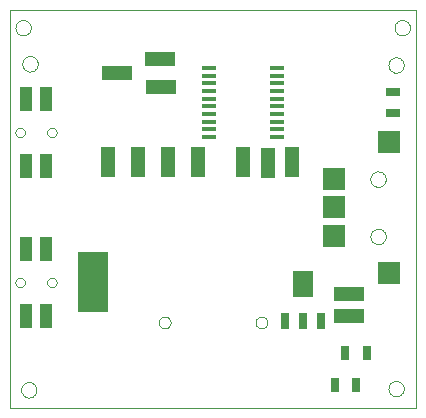
<source format=gbp>
G75*
G70*
%OFA0B0*%
%FSLAX24Y24*%
%IPPOS*%
%LPD*%
%AMOC8*
5,1,8,0,0,1.08239X$1,22.5*
%
%ADD10C,0.0000*%
%ADD11R,0.0315X0.0472*%
%ADD12R,0.0472X0.0118*%
%ADD13R,0.1000X0.0500*%
%ADD14R,0.0748X0.0748*%
%ADD15R,0.0500X0.1000*%
%ADD16R,0.1000X0.2000*%
%ADD17R,0.0394X0.0787*%
%ADD18R,0.0315X0.0551*%
%ADD19R,0.0709X0.0866*%
%ADD20R,0.0472X0.0315*%
D10*
X000174Y000263D02*
X000174Y013537D01*
X013690Y013537D01*
X013690Y000263D01*
X000174Y000263D01*
X000540Y000869D02*
X000542Y000900D01*
X000548Y000931D01*
X000557Y000961D01*
X000570Y000990D01*
X000587Y001017D01*
X000607Y001041D01*
X000629Y001063D01*
X000655Y001082D01*
X000682Y001098D01*
X000711Y001110D01*
X000741Y001119D01*
X000772Y001124D01*
X000804Y001125D01*
X000835Y001122D01*
X000866Y001115D01*
X000896Y001105D01*
X000924Y001091D01*
X000950Y001073D01*
X000974Y001053D01*
X000995Y001029D01*
X001014Y001004D01*
X001029Y000976D01*
X001040Y000947D01*
X001048Y000916D01*
X001052Y000885D01*
X001052Y000853D01*
X001048Y000822D01*
X001040Y000791D01*
X001029Y000762D01*
X001014Y000734D01*
X000995Y000709D01*
X000974Y000685D01*
X000950Y000665D01*
X000924Y000647D01*
X000896Y000633D01*
X000866Y000623D01*
X000835Y000616D01*
X000804Y000613D01*
X000772Y000614D01*
X000741Y000619D01*
X000711Y000628D01*
X000682Y000640D01*
X000655Y000656D01*
X000629Y000675D01*
X000607Y000697D01*
X000587Y000721D01*
X000570Y000748D01*
X000557Y000777D01*
X000548Y000807D01*
X000542Y000838D01*
X000540Y000869D01*
X000348Y004448D02*
X000350Y004473D01*
X000356Y004497D01*
X000365Y004519D01*
X000378Y004540D01*
X000394Y004559D01*
X000413Y004575D01*
X000434Y004588D01*
X000456Y004597D01*
X000480Y004603D01*
X000505Y004605D01*
X000530Y004603D01*
X000554Y004597D01*
X000576Y004588D01*
X000597Y004575D01*
X000616Y004559D01*
X000632Y004540D01*
X000645Y004519D01*
X000654Y004497D01*
X000660Y004473D01*
X000662Y004448D01*
X000660Y004423D01*
X000654Y004399D01*
X000645Y004377D01*
X000632Y004356D01*
X000616Y004337D01*
X000597Y004321D01*
X000576Y004308D01*
X000554Y004299D01*
X000530Y004293D01*
X000505Y004291D01*
X000480Y004293D01*
X000456Y004299D01*
X000434Y004308D01*
X000413Y004321D01*
X000394Y004337D01*
X000378Y004356D01*
X000365Y004377D01*
X000356Y004399D01*
X000350Y004423D01*
X000348Y004448D01*
X001411Y004448D02*
X001413Y004473D01*
X001419Y004497D01*
X001428Y004519D01*
X001441Y004540D01*
X001457Y004559D01*
X001476Y004575D01*
X001497Y004588D01*
X001519Y004597D01*
X001543Y004603D01*
X001568Y004605D01*
X001593Y004603D01*
X001617Y004597D01*
X001639Y004588D01*
X001660Y004575D01*
X001679Y004559D01*
X001695Y004540D01*
X001708Y004519D01*
X001717Y004497D01*
X001723Y004473D01*
X001725Y004448D01*
X001723Y004423D01*
X001717Y004399D01*
X001708Y004377D01*
X001695Y004356D01*
X001679Y004337D01*
X001660Y004321D01*
X001639Y004308D01*
X001617Y004299D01*
X001593Y004293D01*
X001568Y004291D01*
X001543Y004293D01*
X001519Y004299D01*
X001497Y004308D01*
X001476Y004321D01*
X001457Y004337D01*
X001441Y004356D01*
X001428Y004377D01*
X001419Y004399D01*
X001413Y004423D01*
X001411Y004448D01*
X005127Y003113D02*
X005129Y003140D01*
X005135Y003167D01*
X005144Y003193D01*
X005157Y003217D01*
X005173Y003240D01*
X005192Y003259D01*
X005214Y003276D01*
X005238Y003290D01*
X005263Y003300D01*
X005290Y003307D01*
X005317Y003310D01*
X005345Y003309D01*
X005372Y003304D01*
X005398Y003296D01*
X005422Y003284D01*
X005445Y003268D01*
X005466Y003250D01*
X005483Y003229D01*
X005498Y003205D01*
X005509Y003180D01*
X005517Y003154D01*
X005521Y003127D01*
X005521Y003099D01*
X005517Y003072D01*
X005509Y003046D01*
X005498Y003021D01*
X005483Y002997D01*
X005466Y002976D01*
X005445Y002958D01*
X005423Y002942D01*
X005398Y002930D01*
X005372Y002922D01*
X005345Y002917D01*
X005317Y002916D01*
X005290Y002919D01*
X005263Y002926D01*
X005238Y002936D01*
X005214Y002950D01*
X005192Y002967D01*
X005173Y002986D01*
X005157Y003009D01*
X005144Y003033D01*
X005135Y003059D01*
X005129Y003086D01*
X005127Y003113D01*
X008355Y003113D02*
X008357Y003140D01*
X008363Y003167D01*
X008372Y003193D01*
X008385Y003217D01*
X008401Y003240D01*
X008420Y003259D01*
X008442Y003276D01*
X008466Y003290D01*
X008491Y003300D01*
X008518Y003307D01*
X008545Y003310D01*
X008573Y003309D01*
X008600Y003304D01*
X008626Y003296D01*
X008650Y003284D01*
X008673Y003268D01*
X008694Y003250D01*
X008711Y003229D01*
X008726Y003205D01*
X008737Y003180D01*
X008745Y003154D01*
X008749Y003127D01*
X008749Y003099D01*
X008745Y003072D01*
X008737Y003046D01*
X008726Y003021D01*
X008711Y002997D01*
X008694Y002976D01*
X008673Y002958D01*
X008651Y002942D01*
X008626Y002930D01*
X008600Y002922D01*
X008573Y002917D01*
X008545Y002916D01*
X008518Y002919D01*
X008491Y002926D01*
X008466Y002936D01*
X008442Y002950D01*
X008420Y002967D01*
X008401Y002986D01*
X008385Y003009D01*
X008372Y003033D01*
X008363Y003059D01*
X008357Y003086D01*
X008355Y003113D01*
X012182Y005983D02*
X012184Y006014D01*
X012190Y006045D01*
X012199Y006075D01*
X012212Y006104D01*
X012229Y006131D01*
X012249Y006155D01*
X012271Y006177D01*
X012297Y006196D01*
X012324Y006212D01*
X012353Y006224D01*
X012383Y006233D01*
X012414Y006238D01*
X012446Y006239D01*
X012477Y006236D01*
X012508Y006229D01*
X012538Y006219D01*
X012566Y006205D01*
X012592Y006187D01*
X012616Y006167D01*
X012637Y006143D01*
X012656Y006118D01*
X012671Y006090D01*
X012682Y006061D01*
X012690Y006030D01*
X012694Y005999D01*
X012694Y005967D01*
X012690Y005936D01*
X012682Y005905D01*
X012671Y005876D01*
X012656Y005848D01*
X012637Y005823D01*
X012616Y005799D01*
X012592Y005779D01*
X012566Y005761D01*
X012538Y005747D01*
X012508Y005737D01*
X012477Y005730D01*
X012446Y005727D01*
X012414Y005728D01*
X012383Y005733D01*
X012353Y005742D01*
X012324Y005754D01*
X012297Y005770D01*
X012271Y005789D01*
X012249Y005811D01*
X012229Y005835D01*
X012212Y005862D01*
X012199Y005891D01*
X012190Y005921D01*
X012184Y005952D01*
X012182Y005983D01*
X012182Y007893D02*
X012184Y007924D01*
X012190Y007955D01*
X012199Y007985D01*
X012212Y008014D01*
X012229Y008041D01*
X012249Y008065D01*
X012271Y008087D01*
X012297Y008106D01*
X012324Y008122D01*
X012353Y008134D01*
X012383Y008143D01*
X012414Y008148D01*
X012446Y008149D01*
X012477Y008146D01*
X012508Y008139D01*
X012538Y008129D01*
X012566Y008115D01*
X012592Y008097D01*
X012616Y008077D01*
X012637Y008053D01*
X012656Y008028D01*
X012671Y008000D01*
X012682Y007971D01*
X012690Y007940D01*
X012694Y007909D01*
X012694Y007877D01*
X012690Y007846D01*
X012682Y007815D01*
X012671Y007786D01*
X012656Y007758D01*
X012637Y007733D01*
X012616Y007709D01*
X012592Y007689D01*
X012566Y007671D01*
X012538Y007657D01*
X012508Y007647D01*
X012477Y007640D01*
X012446Y007637D01*
X012414Y007638D01*
X012383Y007643D01*
X012353Y007652D01*
X012324Y007664D01*
X012297Y007680D01*
X012271Y007699D01*
X012249Y007721D01*
X012229Y007745D01*
X012212Y007772D01*
X012199Y007801D01*
X012190Y007831D01*
X012184Y007862D01*
X012182Y007893D01*
X012784Y011696D02*
X012786Y011727D01*
X012792Y011758D01*
X012801Y011788D01*
X012814Y011817D01*
X012831Y011844D01*
X012851Y011868D01*
X012873Y011890D01*
X012899Y011909D01*
X012926Y011925D01*
X012955Y011937D01*
X012985Y011946D01*
X013016Y011951D01*
X013048Y011952D01*
X013079Y011949D01*
X013110Y011942D01*
X013140Y011932D01*
X013168Y011918D01*
X013194Y011900D01*
X013218Y011880D01*
X013239Y011856D01*
X013258Y011831D01*
X013273Y011803D01*
X013284Y011774D01*
X013292Y011743D01*
X013296Y011712D01*
X013296Y011680D01*
X013292Y011649D01*
X013284Y011618D01*
X013273Y011589D01*
X013258Y011561D01*
X013239Y011536D01*
X013218Y011512D01*
X013194Y011492D01*
X013168Y011474D01*
X013140Y011460D01*
X013110Y011450D01*
X013079Y011443D01*
X013048Y011440D01*
X013016Y011441D01*
X012985Y011446D01*
X012955Y011455D01*
X012926Y011467D01*
X012899Y011483D01*
X012873Y011502D01*
X012851Y011524D01*
X012831Y011548D01*
X012814Y011575D01*
X012801Y011604D01*
X012792Y011634D01*
X012786Y011665D01*
X012784Y011696D01*
X012989Y012940D02*
X012991Y012971D01*
X012997Y013002D01*
X013006Y013032D01*
X013019Y013061D01*
X013036Y013088D01*
X013056Y013112D01*
X013078Y013134D01*
X013104Y013153D01*
X013131Y013169D01*
X013160Y013181D01*
X013190Y013190D01*
X013221Y013195D01*
X013253Y013196D01*
X013284Y013193D01*
X013315Y013186D01*
X013345Y013176D01*
X013373Y013162D01*
X013399Y013144D01*
X013423Y013124D01*
X013444Y013100D01*
X013463Y013075D01*
X013478Y013047D01*
X013489Y013018D01*
X013497Y012987D01*
X013501Y012956D01*
X013501Y012924D01*
X013497Y012893D01*
X013489Y012862D01*
X013478Y012833D01*
X013463Y012805D01*
X013444Y012780D01*
X013423Y012756D01*
X013399Y012736D01*
X013373Y012718D01*
X013345Y012704D01*
X013315Y012694D01*
X013284Y012687D01*
X013253Y012684D01*
X013221Y012685D01*
X013190Y012690D01*
X013160Y012699D01*
X013131Y012711D01*
X013104Y012727D01*
X013078Y012746D01*
X013056Y012768D01*
X013036Y012792D01*
X013019Y012819D01*
X013006Y012848D01*
X012997Y012878D01*
X012991Y012909D01*
X012989Y012940D01*
X001411Y009448D02*
X001413Y009473D01*
X001419Y009497D01*
X001428Y009519D01*
X001441Y009540D01*
X001457Y009559D01*
X001476Y009575D01*
X001497Y009588D01*
X001519Y009597D01*
X001543Y009603D01*
X001568Y009605D01*
X001593Y009603D01*
X001617Y009597D01*
X001639Y009588D01*
X001660Y009575D01*
X001679Y009559D01*
X001695Y009540D01*
X001708Y009519D01*
X001717Y009497D01*
X001723Y009473D01*
X001725Y009448D01*
X001723Y009423D01*
X001717Y009399D01*
X001708Y009377D01*
X001695Y009356D01*
X001679Y009337D01*
X001660Y009321D01*
X001639Y009308D01*
X001617Y009299D01*
X001593Y009293D01*
X001568Y009291D01*
X001543Y009293D01*
X001519Y009299D01*
X001497Y009308D01*
X001476Y009321D01*
X001457Y009337D01*
X001441Y009356D01*
X001428Y009377D01*
X001419Y009399D01*
X001413Y009423D01*
X001411Y009448D01*
X000348Y009448D02*
X000350Y009473D01*
X000356Y009497D01*
X000365Y009519D01*
X000378Y009540D01*
X000394Y009559D01*
X000413Y009575D01*
X000434Y009588D01*
X000456Y009597D01*
X000480Y009603D01*
X000505Y009605D01*
X000530Y009603D01*
X000554Y009597D01*
X000576Y009588D01*
X000597Y009575D01*
X000616Y009559D01*
X000632Y009540D01*
X000645Y009519D01*
X000654Y009497D01*
X000660Y009473D01*
X000662Y009448D01*
X000660Y009423D01*
X000654Y009399D01*
X000645Y009377D01*
X000632Y009356D01*
X000616Y009337D01*
X000597Y009321D01*
X000576Y009308D01*
X000554Y009299D01*
X000530Y009293D01*
X000505Y009291D01*
X000480Y009293D01*
X000456Y009299D01*
X000434Y009308D01*
X000413Y009321D01*
X000394Y009337D01*
X000378Y009356D01*
X000365Y009377D01*
X000356Y009399D01*
X000350Y009423D01*
X000348Y009448D01*
X000580Y011735D02*
X000582Y011766D01*
X000588Y011797D01*
X000597Y011827D01*
X000610Y011856D01*
X000627Y011883D01*
X000647Y011907D01*
X000669Y011929D01*
X000695Y011948D01*
X000722Y011964D01*
X000751Y011976D01*
X000781Y011985D01*
X000812Y011990D01*
X000844Y011991D01*
X000875Y011988D01*
X000906Y011981D01*
X000936Y011971D01*
X000964Y011957D01*
X000990Y011939D01*
X001014Y011919D01*
X001035Y011895D01*
X001054Y011870D01*
X001069Y011842D01*
X001080Y011813D01*
X001088Y011782D01*
X001092Y011751D01*
X001092Y011719D01*
X001088Y011688D01*
X001080Y011657D01*
X001069Y011628D01*
X001054Y011600D01*
X001035Y011575D01*
X001014Y011551D01*
X000990Y011531D01*
X000964Y011513D01*
X000936Y011499D01*
X000906Y011489D01*
X000875Y011482D01*
X000844Y011479D01*
X000812Y011480D01*
X000781Y011485D01*
X000751Y011494D01*
X000722Y011506D01*
X000695Y011522D01*
X000669Y011541D01*
X000647Y011563D01*
X000627Y011587D01*
X000610Y011614D01*
X000597Y011643D01*
X000588Y011673D01*
X000582Y011704D01*
X000580Y011735D01*
X000351Y012940D02*
X000353Y012971D01*
X000359Y013002D01*
X000368Y013032D01*
X000381Y013061D01*
X000398Y013088D01*
X000418Y013112D01*
X000440Y013134D01*
X000466Y013153D01*
X000493Y013169D01*
X000522Y013181D01*
X000552Y013190D01*
X000583Y013195D01*
X000615Y013196D01*
X000646Y013193D01*
X000677Y013186D01*
X000707Y013176D01*
X000735Y013162D01*
X000761Y013144D01*
X000785Y013124D01*
X000806Y013100D01*
X000825Y013075D01*
X000840Y013047D01*
X000851Y013018D01*
X000859Y012987D01*
X000863Y012956D01*
X000863Y012924D01*
X000859Y012893D01*
X000851Y012862D01*
X000840Y012833D01*
X000825Y012805D01*
X000806Y012780D01*
X000785Y012756D01*
X000761Y012736D01*
X000735Y012718D01*
X000707Y012704D01*
X000677Y012694D01*
X000646Y012687D01*
X000615Y012684D01*
X000583Y012685D01*
X000552Y012690D01*
X000522Y012699D01*
X000493Y012711D01*
X000466Y012727D01*
X000440Y012746D01*
X000418Y012768D01*
X000398Y012792D01*
X000381Y012819D01*
X000368Y012848D01*
X000359Y012878D01*
X000353Y012909D01*
X000351Y012940D01*
X012784Y000909D02*
X012786Y000940D01*
X012792Y000971D01*
X012801Y001001D01*
X012814Y001030D01*
X012831Y001057D01*
X012851Y001081D01*
X012873Y001103D01*
X012899Y001122D01*
X012926Y001138D01*
X012955Y001150D01*
X012985Y001159D01*
X013016Y001164D01*
X013048Y001165D01*
X013079Y001162D01*
X013110Y001155D01*
X013140Y001145D01*
X013168Y001131D01*
X013194Y001113D01*
X013218Y001093D01*
X013239Y001069D01*
X013258Y001044D01*
X013273Y001016D01*
X013284Y000987D01*
X013292Y000956D01*
X013296Y000925D01*
X013296Y000893D01*
X013292Y000862D01*
X013284Y000831D01*
X013273Y000802D01*
X013258Y000774D01*
X013239Y000749D01*
X013218Y000725D01*
X013194Y000705D01*
X013168Y000687D01*
X013140Y000673D01*
X013110Y000663D01*
X013079Y000656D01*
X013048Y000653D01*
X013016Y000654D01*
X012985Y000659D01*
X012955Y000668D01*
X012926Y000680D01*
X012899Y000696D01*
X012873Y000715D01*
X012851Y000737D01*
X012831Y000761D01*
X012814Y000788D01*
X012801Y000817D01*
X012792Y000847D01*
X012786Y000878D01*
X012784Y000909D01*
D11*
X011700Y001027D03*
X010991Y001027D03*
X011351Y002106D03*
X012060Y002106D03*
D12*
X009080Y009296D03*
X009080Y009552D03*
X009080Y009808D03*
X009080Y010064D03*
X009080Y010320D03*
X009080Y010576D03*
X009080Y010832D03*
X009080Y011088D03*
X009080Y011344D03*
X009080Y011600D03*
X006796Y011600D03*
X006796Y011344D03*
X006796Y011088D03*
X006796Y010832D03*
X006796Y010576D03*
X006796Y010320D03*
X006796Y010064D03*
X006796Y009808D03*
X006796Y009552D03*
X006796Y009296D03*
D13*
X005186Y010956D03*
X005182Y011889D03*
X003741Y011420D03*
X011477Y004054D03*
X011470Y003334D03*
D14*
X012812Y004763D03*
X010962Y005983D03*
X010962Y006948D03*
X010962Y007913D03*
X012812Y009133D03*
D15*
X009556Y008448D03*
X008769Y008432D03*
X007938Y008448D03*
X006438Y008448D03*
X005438Y008448D03*
X004438Y008448D03*
X003438Y008448D03*
D16*
X002938Y004448D03*
D17*
X001371Y003346D03*
X000702Y003346D03*
X000702Y005550D03*
X001371Y005550D03*
X001371Y008346D03*
X000702Y008346D03*
X000702Y010550D03*
X001371Y010550D03*
D18*
X009348Y003169D03*
X009938Y003169D03*
X010529Y003169D03*
D19*
X009938Y004381D03*
D20*
X012938Y010094D03*
X012938Y010802D03*
M02*

</source>
